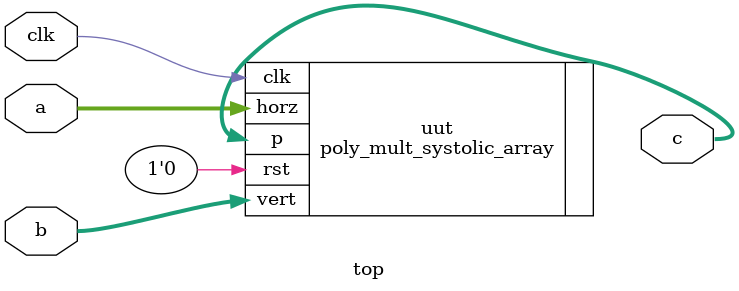
<source format=v>
`timescale 1ps/1ps

module top (
    input clk,
    input [135:0] a,
    input [135:0] b,
    output [135:0] c
    );
    
    poly_mult_systolic_array #(.N(17), .D(8)) uut (.horz(a), .vert(b), .clk(clk), .rst(1'B0), .p(c));
endmodule
</source>
